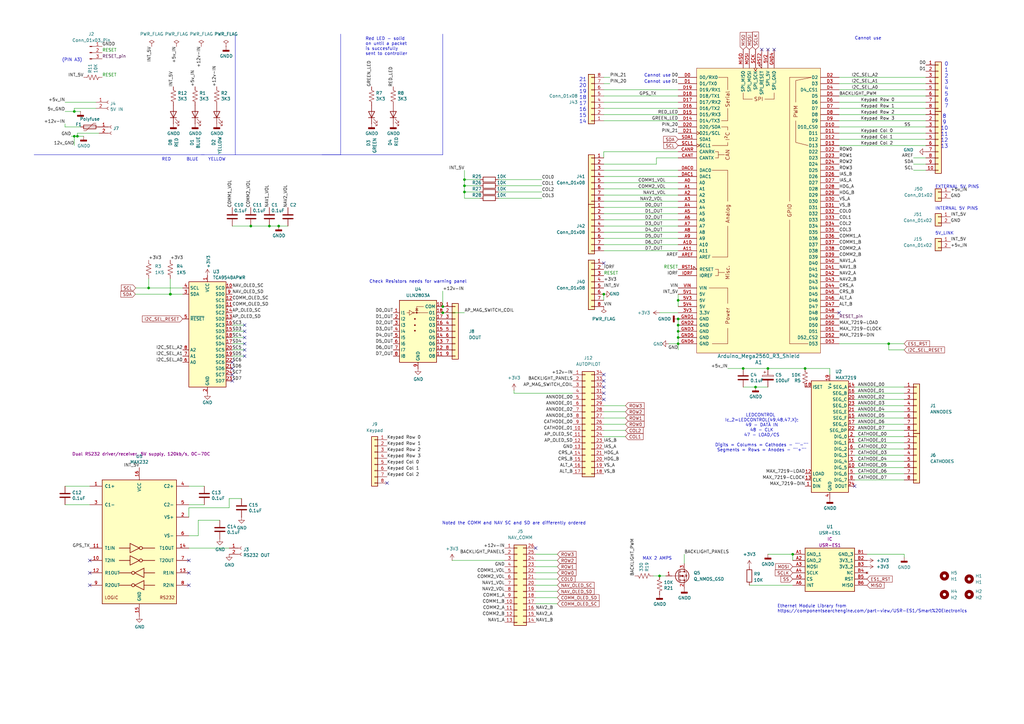
<source format=kicad_sch>
(kicad_sch (version 20250114) (generator "eeschema") (generator_version "9.0")
  (paper "A3")
  (title_block (date "2025-11-06"))
  (text "YELLOW" (at 85.3206 66.1703 0) (effects (font (size 1.27 1.27)) (justify left bottom)))
  (text "MAX 2 AMPS" (at 275.59 229.87 0) (effects (font (size 1.27 1.27)) (justify right bottom)))
  (text "BLUE" (at 76.4306 66.1703 0) (effects (font (size 1.27 1.27)) (justify left bottom)))
  (text "INTERNAL 5V PINS" (at 383.54 86.36 0) (effects (font (size 1.27 1.27)) (justify left bottom)))
  (text "Ethernet Module Library from \nhttps://componentsearchengine.com/part-view/USR-ES1/Smart%20Electronics" (at 318.77 251.46 0) (effects (font (size 1.27 1.27)) (justify left bottom)))
  (text "LEDCONTROL \nIc_2=LEDCONTROL(49,48,47,X);\n49 - DATA IN\n48 - CLK\n47 - LOAD/CS\n\nDigits = Columns = Cathodes - \"\"-\"\"\nSegments = Rows = Anodes - \"\"+\"\"" (at 312.42 185.42 0) (effects (font (size 1.27 1.27)) (justify bottom)))
  (text "Cannot use" (at 264.16 31.75 0) (effects (font (size 1.27 1.27)) (justify left bottom)))
  (text "RED" (at 66.2706 66.1703 0) (effects (font (size 1.27 1.27)) (justify left bottom)))
  (text "(PIN A3)" (at 25.4 25.4 0) (effects (font (size 1.27 1.27)) (justify left bottom)))
  (text "Cannot use" (at 350.52 16.51 0) (effects (font (size 1.27 1.27)) (justify left bottom)))
  (text "Noted the COMM and NAV SC and SD are differently ordered" (at 210.82 214.63 0) (effects (font (size 1.27 1.27))))
  (text "0\n1\n2\n3\n4\n5\n6\n7" (at 387.35 44.45 0) (effects (font (size 1.524 1.524)) (justify left bottom)))
  (text "LEDCONTROL \nIc_2=LEDCONTROL(49,48,47,X);\n49 - DATA IN\n48 - CLK\n47 - LOAD/CS\n\nDigits = Columns = Cathodes - \"\"-\"\"\nSegments = Rows = Anodes - \"\"+\"\"" (at -38.1 166.37 0) (effects (font (size 1.27 1.27)) (justify bottom)))
  (text "Red LED - solid\non until a packet\nis succesfully \nsent to controller" (at 149.86 22.86 0) (effects (font (size 1.27 1.27)) (justify left bottom)))
  (text "5V_LINK" (at 383.54 96.52 0) (effects (font (size 1.27 1.27)) (justify left bottom)))
  (text "Check Resistors needs for warning panel" (at 171.45 115.57 0) (effects (font (size 1.27 1.27))))
  (text "Cannot use" (at 264.16 34.29 0) (effects (font (size 1.27 1.27)) (justify left bottom)))
  (text "21\n20\n19\n18\n17\n16\n15\n14" (at 237.49 50.8 0) (effects (font (size 1.524 1.524)) (justify left bottom)))
  (text "EXTERNAL 5V PINS" (at 383.54 77.47 0) (effects (font (size 1.27 1.27)) (justify left bottom)))
  (text "8\n9\n10\n11\n12\n13\n" (at 387.35 60.96 0) (effects (font (size 1.524 1.524)) (justify bottom)))
  (junction (at 69.85 120.65))
  (junction (at 114.3 92.71))
  (junction (at 60.96 118.11))
  (junction (at 278.13 130.81))
  (junction (at 278.13 135.89))
  (junction (at 270.51 236.22))
  (junction (at 330.2 151.13))
  (junction (at 31.75 55.88))
  (junction (at 278.13 140.97))
  (junction (at 30.48 55.88))
  (junction (at 30.48 45.72))
  (junction (at 304.8 151.13))
  (junction (at 102.87 92.71))
  (junction (at 278.13 138.43))
  (junction (at 181.61 125.73))
  (junction (at 190.5 73.66))
  (junction (at 110.49 92.71))
  (junction (at 314.96 151.13))
  (junction (at 325.12 227.33))
  (junction (at 190.5 78.74))
  (junction (at 247.65 120.65))
  (junction (at 309.88 158.75))
  (junction (at 278.13 133.35))
  (junction (at 364.49 140.97))
  (junction (at 278.13 123.19))
  (junction (at 69.9058 120.65))
  (junction (at 190.5 76.2))
  (junction (at 181.61 128.27))
  (no_connect (at 350.52 199.39))
  (no_connect (at 317.5 20.32))
  (no_connect (at 247.65 156.21))
  (no_connect (at 36.83 240.03))
  (no_connect (at 100.33 143.51))
  (no_connect (at 100.33 140.97))
  (no_connect (at 100.33 133.35))
  (no_connect (at 314.96 20.32))
  (no_connect (at 100.33 135.89))
  (no_connect (at 77.47 229.87))
  (no_connect (at 36.83 229.87))
  (no_connect (at 247.65 107.95))
  (no_connect (at 344.17 128.27))
  (no_connect (at 100.33 138.43))
  (no_connect (at 77.47 240.03))
  (no_connect (at 100.33 146.05))
  (no_connect (at 247.65 161.29))
  (no_connect (at 247.65 163.83))
  (no_connect (at 95.25 151.13))
  (no_connect (at 95.25 153.67))
  (no_connect (at 95.25 148.59))
  (no_connect (at 247.65 153.67))
  (no_connect (at 77.47 234.95))
  (no_connect (at 247.65 158.75))
  (no_connect (at 312.42 20.32))
  (no_connect (at 95.25 156.21))
  (no_connect (at 219.71 224.79))
  (no_connect (at 36.83 234.95))
  (no_connect (at 158.75 198.12))
  (wire (pts (xy 344.17 49.53) (xy 379.73 49.53)))
  (polyline (pts (xy 139.7 63.5) (xy 139.7 13.97)))
  (wire (pts (xy 69.9058 120.74) (xy 69.9058 120.65)))
  (wire (pts (xy 350.52 191.77) (xy 370.84 191.77)))
  (wire (pts (xy 278.13 133.35) (xy 278.13 135.89)))
  (wire (pts (xy 364.49 140.97) (xy 364.49 143.51)))
  (wire (pts (xy 344.17 44.45) (xy 379.73 44.45)))
  (wire (pts (xy 330.2 151.13) (xy 340.36 151.13)))
  (wire (pts (xy 247.65 41.91) (xy 278.13 41.91)))
  (wire (pts (xy 100.33 138.43) (xy 95.25 138.43)))
  (wire (pts (xy 247.65 166.37) (xy 256.54 166.37)))
  (wire (pts (xy 93.98 208.28) (xy 77.47 208.28)))
  (wire (pts (xy 247.65 97.79) (xy 278.13 97.79)))
  (wire (pts (xy 196.85 78.74) (xy 190.5 78.74)))
  (polyline (pts (xy 82.55 63.5) (xy 139.7 63.5)))
  (wire (pts (xy 344.17 59.69) (xy 379.73 59.69)))
  (wire (pts (xy 196.85 81.28) (xy 190.5 81.28)))
  (wire (pts (xy 344.17 52.07) (xy 379.73 52.07)))
  (wire (pts (xy 81.28 213.36) (xy 90.17 213.36)))
  (wire (pts (xy 83.82 199.39) (xy 77.47 199.39)))
  (wire (pts (xy 247.65 72.39) (xy 278.13 72.39)))
  (wire (pts (xy 185.42 229.87) (xy 207.01 229.87)))
  (wire (pts (xy 350.52 171.45) (xy 370.84 171.45)))
  (wire (pts (xy 350.52 179.07) (xy 370.84 179.07)))
  (wire (pts (xy 26.67 50.8) (xy 26.67 52.07)))
  (wire (pts (xy 247.65 44.45) (xy 278.13 44.45)))
  (wire (pts (xy 196.85 73.66) (xy 190.5 73.66)))
  (wire (pts (xy 304.8 151.13) (xy 314.96 151.13)))
  (wire (pts (xy 278.13 120.65) (xy 278.13 123.19)))
  (wire (pts (xy 274.32 140.97) (xy 278.13 140.97)))
  (wire (pts (xy 222.25 76.2) (xy 204.47 76.2)))
  (wire (pts (xy 36.83 199.39) (xy 26.67 199.39)))
  (wire (pts (xy 314.96 151.13) (xy 330.2 151.13)))
  (wire (pts (xy 190.5 73.66) (xy 190.5 76.2)))
  (wire (pts (xy 30.48 44.45) (xy 30.48 45.72)))
  (wire (pts (xy 39.37 44.45) (xy 30.48 44.45)))
  (wire (pts (xy 269.24 67.31) (xy 247.65 67.31)))
  (wire (pts (xy 60.96 118.11) (xy 74.93 118.11)))
  (wire (pts (xy 55.5171 120.65) (xy 69.85 120.65)))
  (wire (pts (xy 219.71 247.65) (xy 228.6 247.65)))
  (wire (pts (xy 374.65 67.31) (xy 379.73 67.31)))
  (polyline (pts (xy 132.08 63.5) (xy 181.61 63.5)))
  (wire (pts (xy 350.52 184.15) (xy 370.84 184.15)))
  (wire (pts (xy 247.65 87.63) (xy 278.13 87.63)))
  (wire (pts (xy 60.96 114.3) (xy 60.96 118.11)))
  (wire (pts (xy 69.85 114.3) (xy 69.85 120.65)))
  (wire (pts (xy 77.47 219.71) (xy 81.28 219.71)))
  (wire (pts (xy 219.71 240.03) (xy 228.6 240.03)))
  (wire (pts (xy 350.52 189.23) (xy 370.84 189.23)))
  (wire (pts (xy 247.65 168.91) (xy 256.54 168.91)))
  (wire (pts (xy 247.65 179.07) (xy 256.54 179.07)))
  (wire (pts (xy 344.17 39.37) (xy 379.73 39.37)))
  (wire (pts (xy 99.06 204.47) (xy 93.98 204.47)))
  (wire (pts (xy 247.65 176.53) (xy 256.54 176.53)))
  (wire (pts (xy 77.47 224.79) (xy 93.98 224.79)))
  (wire (pts (xy 31.75 55.88) (xy 34.29 55.88)))
  (wire (pts (xy 247.65 69.85) (xy 278.13 69.85)))
  (wire (pts (xy 100.33 133.35) (xy 95.25 133.35)))
  (wire (pts (xy 250.19 31.75) (xy 247.65 31.75)))
  (wire (pts (xy 278.13 143.51) (xy 278.13 140.97)))
  (wire (pts (xy 374.65 64.77) (xy 379.73 64.77)))
  (wire (pts (xy 247.65 49.53) (xy 278.13 49.53)))
  (wire (pts (xy 69.85 120.65) (xy 69.9058 120.74)))
  (wire (pts (xy 190.5 76.2) (xy 190.5 78.74)))
  (wire (pts (xy 247.65 120.65) (xy 247.65 123.19)))
  (wire (pts (xy 247.65 62.23) (xy 247.65 64.77)))
  (wire (pts (xy 247.65 77.47) (xy 278.13 77.47)))
  (wire (pts (xy 278.13 135.89) (xy 278.13 138.43)))
  (wire (pts (xy 270.51 236.22) (xy 273.05 236.22)))
  (wire (pts (xy 69.85 120.65) (xy 69.9058 120.65)))
  (wire (pts (xy 344.17 31.75) (xy 379.73 31.75)))
  (wire (pts (xy 364.49 143.51) (xy 370.84 143.51)))
  (wire (pts (xy 350.52 186.69) (xy 370.84 186.69)))
  (wire (pts (xy 350.52 166.37) (xy 370.84 166.37)))
  (wire (pts (xy 100.33 146.05) (xy 95.25 146.05)))
  (wire (pts (xy 278.13 138.43) (xy 278.13 140.97)))
  (wire (pts (xy 247.65 82.55) (xy 278.13 82.55)))
  (wire (pts (xy 247.65 34.29) (xy 250.19 34.29)))
  (wire (pts (xy 181.61 128.27) (xy 190.5 128.27)))
  (wire (pts (xy 110.49 92.71) (xy 114.3 92.71)))
  (wire (pts (xy 344.17 41.91) (xy 379.73 41.91)))
  (wire (pts (xy 309.88 158.75) (xy 314.96 158.75)))
  (wire (pts (xy 100.33 135.89) (xy 95.25 135.89)))
  (wire (pts (xy 247.65 74.93) (xy 278.13 74.93)))
  (wire (pts (xy 278.13 130.81) (xy 278.13 133.35)))
  (wire (pts (xy 350.52 181.61) (xy 370.84 181.61)))
  (wire (pts (xy 247.65 80.01) (xy 278.13 80.01)))
  (wire (pts (xy 247.65 95.25) (xy 278.13 95.25)))
  (wire (pts (xy 370.84 227.33) (xy 370.84 228.6)))
  (wire (pts (xy 30.48 45.72) (xy 33.02 45.72)))
  (wire (pts (xy 278.13 123.19) (xy 278.13 125.73)))
  (polyline (pts (xy 139.7 63.5) (xy 132.08 63.5)))
  (wire (pts (xy 247.65 173.99) (xy 256.54 173.99)))
  (wire (pts (xy 219.71 234.95) (xy 228.6 234.95)))
  (wire (pts (xy 81.28 219.71) (xy 81.28 213.36)))
  (wire (pts (xy 36.83 207.01) (xy 26.67 207.01)))
  (wire (pts (xy 350.52 194.31) (xy 370.84 194.31)))
  (wire (pts (xy 77.47 208.28) (xy 77.47 212.09)))
  (wire (pts (xy 344.17 57.15) (xy 379.73 57.15)))
  (wire (pts (xy 307.34 240.03) (xy 325.12 240.03)))
  (wire (pts (xy 364.49 140.97) (xy 344.17 140.97)))
  (wire (pts (xy 344.17 46.99) (xy 379.73 46.99)))
  (wire (pts (xy 100.33 143.51) (xy 95.25 143.51)))
  (wire (pts (xy 222.25 73.66) (xy 204.47 73.66)))
  (wire (pts (xy 222.25 78.74) (xy 204.47 78.74)))
  (wire (pts (xy 219.71 227.33) (xy 228.6 227.33)))
  (wire (pts (xy 350.52 173.99) (xy 370.84 173.99)))
  (wire (pts (xy 314.96 227.33) (xy 325.12 227.33)))
  (wire (pts (xy 350.52 163.83) (xy 370.84 163.83)))
  (wire (pts (xy 219.71 237.49) (xy 228.6 237.49)))
  (wire (pts (xy 278.13 64.77) (xy 269.24 64.77)))
  (wire (pts (xy 280.67 227.33) (xy 280.67 231.14)))
  (wire (pts (xy 100.33 140.97) (xy 95.25 140.97)))
  (polyline (pts (xy 13.97 63.5) (xy 83.82 63.5)))
  (wire (pts (xy 370.84 140.97) (xy 364.49 140.97)))
  (wire (pts (xy 247.65 36.83) (xy 278.13 36.83)))
  (wire (pts (xy 247.65 85.09) (xy 278.13 85.09)))
  (wire (pts (xy 219.71 229.87) (xy 228.6 229.87)))
  (wire (pts (xy 247.65 102.87) (xy 278.13 102.87)))
  (wire (pts (xy 270.51 128.27) (xy 278.13 128.27)))
  (polyline (pts (xy 181.61 63.5) (xy 181.61 13.97)))
  (wire (pts (xy 247.65 171.45) (xy 256.54 171.45)))
  (wire (pts (xy 95.25 92.71) (xy 102.87 92.71)))
  (wire (pts (xy 210.82 161.29) (xy 234.95 161.29)))
  (wire (pts (xy 26.67 52.07) (xy 33.02 52.07)))
  (wire (pts (xy 247.65 100.33) (xy 278.13 100.33)))
  (wire (pts (xy 304.8 158.75) (xy 309.88 158.75)))
  (wire (pts (xy 350.52 158.75) (xy 370.84 158.75)))
  (wire (pts (xy 247.65 39.37) (xy 278.13 39.37)))
  (wire (pts (xy 30.48 55.88) (xy 30.48 59.69)))
  (wire (pts (xy 93.98 204.47) (xy 93.98 208.28)))
  (wire (pts (xy 219.71 232.41) (xy 228.6 232.41)))
  (wire (pts (xy 247.65 90.17) (xy 278.13 90.17)))
  (wire (pts (xy 190.5 78.74) (xy 190.5 81.28)))
  (wire (pts (xy 344.17 34.29) (xy 379.73 34.29)))
  (wire (pts (xy 247.65 46.99) (xy 278.13 46.99)))
  (wire (pts (xy 219.71 242.57) (xy 228.6 242.57)))
  (wire (pts (xy 350.52 161.29) (xy 370.84 161.29)))
  (wire (pts (xy 247.65 92.71) (xy 278.13 92.71)))
  (wire (pts (xy 190.5 69.85) (xy 190.5 73.66)))
  (wire (pts (xy 344.17 54.61) (xy 379.73 54.61)))
  (wire (pts (xy 69.9058 120.65) (xy 74.93 120.65)))
  (wire (pts (xy 196.85 76.2) (xy 190.5 76.2)))
  (wire (pts (xy 350.52 168.91) (xy 370.84 168.91)))
  (wire (pts (xy 355.6 227.33) (xy 370.84 227.33)))
  (wire (pts (xy 181.61 119.38) (xy 181.61 125.73)))
  (wire (pts (xy 350.52 176.53) (xy 370.84 176.53)))
  (wire (pts (xy 278.13 62.23) (xy 247.65 62.23)))
  (wire (pts (xy 325.12 227.33) (xy 325.12 229.87)))
  (wire (pts (xy 26.67 41.91) (xy 39.37 41.91)))
  (wire (pts (xy 298.45 151.13) (xy 304.8 151.13)))
  (wire (pts (xy 30.48 55.88) (xy 31.75 55.88)))
  (wire (pts (xy 83.82 207.01) (xy 77.47 207.01)))
  (wire (pts (xy 267.97 236.22) (xy 270.51 236.22)))
  (polyline (pts (xy 96.52 63.5) (xy 96.52 13.97)))
  (wire (pts (xy 222.25 81.28) (xy 204.47 81.28)))
  (wire (pts (xy 55.6619 118.11) (xy 60.96 118.11)))
  (wire (pts (xy 26.67 45.72) (xy 30.48 45.72)))
  (wire (pts (xy 31.75 54.61) (xy 31.75 55.88)))
  (wire (pts (xy 29.21 55.88) (xy 30.48 55.88)))
  (wire (pts (xy 114.3 92.71) (xy 118.11 92.71)))
  (wire (pts (xy 269.24 64.77) (xy 269.24 67.31)))
  (wire (pts (xy 350.52 196.85) (xy 370.84 196.85)))
  (wire (pts (xy 210.82 161.29) (xy 210.82 160.02)))
  (wire (pts (xy 340.36 153.67) (xy 340.36 151.13)))
  (wire (pts (xy 102.87 92.71) (xy 110.49 92.71)))
  (wire (pts (xy 374.65 69.85) (xy 379.73 69.85)))
  (wire (pts (xy 219.71 245.11) (xy 228.6 245.11)))
  (wire (pts (xy 344.17 36.83) (xy 379.73 36.83)))
  (wire (pts (xy 40.64 54.61) (xy 31.75 54.61)))
  (image (at -60.198 193.294))
  (label "CATHODE_01" (at 234.95 176.53 180))
  (label "D3_OUT" (at 161.29 135.89 180))
  (label "MAX_7219-LOAD" (at 330.2 194.31 180))
  (label "COMM2_B" (at 207.01 252.73 180))
  (label "CATHODE_02" (at 351.79 184.15 0))
  (label "IORF" (at 247.65 110.49 0))
  (label "VIN" (at 278.13 118.11 180))
  (label "D1" (at 379.73 29.21 180))
  (label "COMM1_A" (at 344.17 97.79 0))
  (label "PIN_20" (at 250.19 34.29 0))
  (label "AP_OLED_SD" (at 234.95 181.61 180))
  (label "AP_MAG_SWITCH_COIL" (at 190.5 128.27 0))
  (label "+12v-IN" (at 207.01 224.79 180))
  (label "RED_LED" (at 278.13 46.99 180))
  (label "D3_OUT" (at 271.78 92.71 180))
  (label "NAV1_B" (at 219.71 255.27 0))
  (label "GND" (at 29.21 55.88 180))
  (label "ROW3" (at 344.17 69.85 0))
  (label "PIN_21" (at 278.13 54.61 180))
  (label "INT_5V" (at 247.65 118.11 0))
  (label "D2_OUT" (at 271.78 90.17 180))
  (label "CRS_B" (at 234.95 189.23 180))
  (label "COMM_OLED_SD" (at 95.25 125.73 0))
  (label "CRS_B" (at 344.17 120.65 0))
  (label "Keypad Row 2" (at 353.06 46.99 0))
  (label "VS_A" (at 344.17 82.55 0))
  (label "HDG_A" (at 247.65 186.69 0))
  (label "INT_5V" (at 71.12 35.56 90))
  (label "INT_5V" (at 190.5 69.85 180))
  (label "D0" (at 278.13 31.75 180))
  (label "SC4" (at 95.25 138.43 0))
  (label "COL3" (at 344.17 95.25 0))
  (label "Keypad Col 1" (at 158.75 193.04 0))
  (label "SD3" (at 95.25 135.89 0))
  (label "NAV2_VOL" (at 118.11 85.09 90))
  (label "D0" (at 379.73 26.67 180))
  (label "CATHODE_06" (at 351.79 194.31 0))
  (label "INT_5V" (at 34.29 31.75 180))
  (label "ANNODE_04" (at 351.79 168.91 0))
  (label "Keypad Col 0" (at 158.75 190.5 0))
  (label "I2C_SEL_A2" (at 349.25 31.75 0))
  (label "+5v_IN" (at 389.89 78.74 0))
  (label "ANNODE_01" (at 351.79 161.29 0))
  (label "ALT_A" (at 344.17 123.19 0))
  (label "VIN" (at 247.65 125.73 0))
  (label "D4_OUT" (at 271.78 95.25 180))
  (label "PIN_21" (at 250.19 31.75 0))
  (label "ANNODE_05" (at 351.79 171.45 0))
  (label "NAV1_VOL" (at 273.05 80.01 180))
  (label "AP_MAG_SWITCH_COIL" (at 234.95 158.75 180))
  (label "Keypad Row 0" (at 158.75 180.34 0))
  (label "D5_OUT" (at 161.29 140.97 180))
  (label "D4_OUT" (at 161.29 138.43 180))
  (label "D0_OUT" (at 161.29 128.27 180))
  (label "IAS_B" (at 344.17 72.39 0))
  (label "CATHODE_05" (at 351.79 191.77 0))
  (label "+5v_IN" (at 26.67 41.91 180))
  (label "VS_A" (at 247.65 191.77 0))
  (label "NAV2_B" (at 344.17 115.57 0))
  (label "ALT_A" (at 234.95 191.77 180))
  (label "+3V3" (at 247.65 115.57 0))
  (label "SCL" (at 374.65 69.85 180))
  (label "SC3" (at 95.25 133.35 0))
  (label "AREF" (at 278.13 105.41 180))
  (label "ROW0" (at 344.17 62.23 0))
  (label "PIN_20" (at 278.13 52.07 180))
  (label "MAX_7219-CLOCK" (at 344.17 135.89 0))
  (label "SD5" (at 95.25 146.05 0))
  (label "I2C_SEL_A1" (at 349.25 34.29 0))
  (label "D5_OUT" (at 271.78 97.79 180))
  (label "HDG_B" (at 344.17 80.01 0))
  (label "NAV2_VOL" (at 207.01 242.57 180))
  (label "ANNODE_02" (at 234.95 168.91 180))
  (label "I2C_SEL_A0" (at 74.93 148.59 180))
  (label "12v_GND" (at 30.48 59.69 180))
  (label "IORF" (at 278.13 113.03 180))
  (label "SD7" (at 95.25 156.21 0))
  (label "RESET_pin" (at 41.91 24.13 0))
  (label "COMM2_B" (at 344.17 105.41 0))
  (label "+5v_IN" (at 72.39 19.05 270))
  (label "+3V3" (at 69.85 106.68 0))
  (label "ALT_B" (at 344.17 125.73 0))
  (label "+12v-IN" (at 26.67 50.8 180))
  (label "CATHODE_00" (at 234.95 173.99 180))
  (label "INT_5V" (at 62.23 19.05 270))
  (label "ANNODE_02" (at 351.79 163.83 0))
  (label "GND" (at 278.13 143.51 180))
  (label "I2C_SEL_A0" (at 349.25 36.83 0))
  (label "D7_OUT" (at 271.78 102.87 180))
  (label "COL1" (at 222.25 76.2 0))
  (label "GREEN_LED" (at 278.13 49.53 180))
  (label "D6_OUT" (at 271.78 100.33 180))
  (label "D1_OUT" (at 271.78 87.63 180))
  (label "ANNODE_03" (at 351.79 166.37 0))
  (label "CATHODE_03" (at 351.79 186.69 0))
  (label "INT_5V" (at 389.89 99.06 0))
  (label "GND" (at 207.01 232.41 180))
  (label "AREF" (at 374.65 64.77 180))
  (label "COL0" (at 222.25 73.66 0))
  (label "NAV2_A" (at 344.17 113.03 0))
  (label "CATHODE_01" (at 351.79 181.61 0))
  (label "COMM2_VOL" (at 273.05 77.47 180))
  (label "BACKLIGHT_PANELS" (at 207.01 227.33 180))
  (label "GPS_TX" (at 269.24 39.37 180))
  (label "+3V3" (at 60.96 106.68 0))
  (label "D1" (at 278.13 34.29 180))
  (label "NAV_OLED_SD" (at 95.25 120.65 0))
  (label "VS_B" (at 344.17 85.09 0))
  (label "GNDD" (at 41.91 19.05 0))
  (label "AP_OLED_SC" (at 95.25 128.27 0))
  (label "Keypad Row 3" (at 158.75 187.96 0))
  (label "Keypad Col 0" (at 353.06 54.61 0))
  (label "Keypad Row 1" (at 158.75 182.88 0))
  (label "NAV1_VOL" (at 207.01 240.03 180))
  (label "SC5" (at 95.25 143.51 0))
  (label "MAX_7219-LOAD" (at 344.17 133.35 0))
  (label "INT_5V" (at 389.89 88.9 0))
  (label "COMM2_A" (at 207.01 250.19 180))
  (label "IAS_A" (at 344.17 74.93 0))
  (label "D2_OUT" (at 161.29 133.35 180))
  (label "Keypad Col 2" (at 353.06 59.69 0))
  (label "ANNODE_00" (at 351.79 158.75 0))
  (label "HDG_B" (at 247.65 189.23 0))
  (label "COMM2_VOL" (at 207.01 237.49 180))
  (label "ROW1" (at 344.17 64.77 0))
  (label "COL3" (at 222.25 81.28 0))
  (label "NAV2_B" (at 219.71 250.19 0))
  (label "INT_5V" (at 57.15 191.77 180))
  (label "Keypad Row 1" (at 353.06 44.45 0))
  (label "NAV1_A" (at 344.17 107.95 0))
  (label "COL2" (at 344.17 92.71 0))
  (label "MAX_7219-DIN" (at 344.17 138.43 0))
  (label "MAX_7219-CLOCK" (at 330.2 196.85 180))
  (label "COMM1_A" (at 207.01 245.11 180))
  (label "GND" (at 389.89 91.44 0))
  (label "NAV2_A" (at 219.71 252.73 0))
  (label "I2C_SEL_A1" (at 74.93 146.05 180))
  (label "NAV1_A" (at 207.01 255.27 180))
  (label "5v_GND" (at 26.67 45.72 180))
  (label "NAV_OLED_SC" (at 95.25 118.11 0))
  (label "D1_OUT" (at 161.29 130.81 180))
  (label "D7_OUT" (at 161.29 146.05 180))
  (label "ROW2" (at 344.17 67.31 0))
  (label "+5v_IN" (at 80.01 35.56 90))
  (label "ANNODE_07" (at 351.79 176.53 0))
  (label "MAX_7219-DIN" (at 330.2 199.39 180))
  (label "GND" (at 234.95 184.15 180))
  (label "AP_OLED_SC" (at 234.95 179.07 180))
  (label "ANNODE_01" (at 234.95 166.37 180))
  (label "BACKLIGHT_PWM" (at 344.17 39.37 0))
  (label "Keypad Row 0" (at 353.06 41.91 0))
  (label "D6_OUT" (at 161.29 143.51 180))
  (label "CATHODE_00" (at 351.79 179.07 0))
  (label "CATHODE_07" (at 351.79 196.85 0))
  (label "NAV2_VOL" (at 271.78 82.55 180))
  (label "I2C_SEL_A2" (at 74.93 143.51 180))
  (label "+5v_IN" (at 298.45 151.13 180))
  (label "AP_OLED_SD" (at 95.25 130.81 0))
  (label "IAS_A" (at 247.65 184.15 0))
  (label "+5v_IN" (at 389.89 101.6 0))
  (label "INT_5V" (at 278.13 120.65 180))
  (label "COMM1_VOL" (at 207.01 234.95 180))
  (label "SS" (at 370.84 52.07 0))
  (label "RESET" (at 41.91 21.59 0))
  (label "IAS_B" (at 247.65 181.61 0))
  (label "COMM1_B" (at 344.17 100.33 0))
  (label "GND" (at 389.89 81.28 0))
  (label "COMM2_VOL" (at 102.87 85.09 90))
  (label "Keypad Row 2" (at 158.75 185.42 0))
  (label "SC7" (at 95.25 153.67 0))
  (label "GREEN_LED" (at 152.4 35.56 90))
  (label "+12v-IN" (at 181.61 119.38 0))
  (label "RESET" (at 278.13 110.49 180))
  (label "ANNODE_00" (at 234.95 163.83 180))
  (label "NAV1_VOL" (at 110.49 85.09 90))
  (label "ALT_B" (at 234.95 194.31 180))
  (label "ANNODE_03" (at 234.95 171.45 180))
  (label "Keypad Col 2" (at 158.75 195.58 0))
  (label "HDG_A" (at 344.17 77.47 0))
  (label "COMM1_VOL" (at 95.25 85.09 90))
  (label "SD6" (at 95.25 151.13 0))
  (label "SC6" (at 95.25 148.59 0))
  (label "+12v-IN" (at 234.95 153.67 180))
  (label "COMM2_A" (at 344.17 102.87 0))
  (label "RESET" (at 247.65 113.03 0))
  (label "SDA" (at 374.65 67.31 180))
  (label "BACKLIGHT_PANELS" (at 280.67 227.33 0))
  (label "COL1" (at 344.17 90.17 0))
  (label "COMM1_VOL" (at 273.05 74.93 180))
  (label "NAV1_B" (at 344.17 110.49 0))
  (label "CRS_A" (at 234.95 186.69 180))
  (label "COL2" (at 222.25 78.74 0))
  (label "RESET_pin" (at 344.17 130.81 0))
  (label "RESET" (at 41.91 31.75 0))
  (label "COMM_OLED_SC" (at 95.25 123.19 0))
  (label "+12v-IN" (at 88.9 35.56 90))
  (label "ANNODE_06" (at 351.79 173.99 0))
  (label "SD4" (at 95.25 140.97 0))
  (label "CRS_A" (at 344.17 118.11 0))
  (label "CATHODE_04" (at 351.79 189.23 0))
  (label "Keypad Col 1" (at 353.06 57.15 0))
  (label "D0_OUT" (at 271.78 85.09 180))
  (label "Keypad Row 3" (at 353.06 49.53 0))
  (label "+12v-IN" (at 82.55 19.05 270))
  (label "COMM1_B" (at 207.01 247.65 180))
  (label "COL0" (at 344.17 87.63 0))
  (label "GPS_TX" (at 36.83 224.79 180))
  (label "RED_LED" (at 161.29 35.56 90))
  (label "VS_B" (at 247.65 194.31 0))
  (label "BACKLIGHT_PANELS" (at 234.95 156.21 180))
  (label "BACKLIGHT_PWM" (at 260.35 236.22 90))
  (global_label "COL0" (shape input) (at 228.6 237.49 0) (property "Intersheetrefs" "${INTERSHEET_REFS}" (effects (hide yes))))
  (global_label "ROW1" (shape input) (at 228.6 232.41 0) (property "Intersheetrefs" "${INTERSHEET_REFS}" (effects (hide yes))))
  (global_label "ROW2" (shape input) (at 256.54 168.91 0) (property "Intersheetrefs" "${INTERSHEET_REFS}" (effects (hide yes))))
  (global_label "MOSI" (shape input) (at 307.34 20.32 90) (property "Intersheetrefs" "${INTERSHEET_REFS}" (effects (hide yes))))
  (global_label "COL1" (shape input) (at 256.54 179.07 0) (property "Intersheetrefs" "${INTERSHEET_REFS}" (effects (hide yes))))
  (global_label "ROW3" (shape input) (at 228.6 227.33 0) (property "Intersheetrefs" "${INTERSHEET_REFS}" (effects (hide yes))))
  (global_label "COMM_OLED_SC" (shape input) (at 228.6 247.65 0) (property "Intersheetrefs" "${INTERSHEET_REFS}" (effects (hide yes))))
  (global_label "COL2" (shape input) (at 256.54 176.53 0) (property "Intersheetrefs" "${INTERSHEET_REFS}" (effects (hide yes))))
  (global_label "SCL" (shape input) (at 55.6619 118.11 180) (property "Intersheetrefs" "${INTERSHEET_REFS}" (effects (hide yes))))
  (global_label "MISO" (shape input) (at 304.8 20.32 90) (property "Intersheetrefs" "${INTERSHEET_REFS}" (effects (hide yes))))
  (global_label "SDA" (shape input) (at 55.5171 120.65 180) (property "Intersheetrefs" "${INTERSHEET_REFS}" (effects (hide yes))))
  (global_label "SCL" (shape input) (at 278.13 59.69 180) (property "Intersheetrefs" "${INTERSHEET_REFS}" (effects (hide yes))))
  (global_label "SCLK" (shape input) (at 325.12 234.95 180) (property "Intersheetrefs" "${INTERSHEET_REFS}" (effects (hide yes))))
  (global_label "MISO" (shape input) (at 355.6 240.03 0) (property "Intersheetrefs" "${INTERSHEET_REFS}" (effects (hide yes))))
  (global_label "SCLK" (shape input) (at 309.88 20.32 90) (property "Intersheetrefs" "${INTERSHEET_REFS}" (effects (hide yes))))
  (global_label "I2C_SEL_RESET" (shape input) (at 370.84 143.51 0) (property "Intersheetrefs" "${INTERSHEET_REFS}" (effects (hide yes))))
  (global_label "ES1_RST" (shape input) (at 370.84 140.97 0) (property "Intersheetrefs" "${INTERSHEET_REFS}" (effects (hide yes))))
  (global_label "COMM_OLED_SD" (shape input) (at 228.6 245.11 0) (property "Intersheetrefs" "${INTERSHEET_REFS}" (effects (hide yes))))
  (global_label "ROW2" (shape input) (at 228.6 229.87 0) (property "Intersheetrefs" "${INTERSHEET_REFS}" (effects (hide yes))))
  (global_label "ROW1" (shape input) (at 256.54 171.45 0) (property "Intersheetrefs" "${INTERSHEET_REFS}" (effects (hide yes))))
  (global_label "ES1_RST" (shape input) (at 355.6 237.49 0) (property "Intersheetrefs" "${INTERSHEET_REFS}" (effects (hide yes))))
  (global_label "SDA" (shape input) (at 278.13 57.15 180) (property "Intersheetrefs" "${INTERSHEET_REFS}" (effects (hide yes))))
  (global_label "NAV_OLED_SD" (shape input) (at 228.6 242.57 0) (property "Intersheetrefs" "${INTERSHEET_REFS}" (effects (hide yes))))
  (global_label "ROW3" (shape input) (at 256.54 166.37 0) (property "Intersheetrefs" "${INTERSHEET_REFS}" (effects (hide yes))))
  (global_label "SS" (shape input) (at 325.12 237.49 180) (property "Intersheetrefs" "${INTERSHEET_REFS}" (effects (hide yes))))
  (global_label "NAV_OLED_SC" (shape input) (at 228.6 240.03 0) (property "Intersheetrefs" "${INTERSHEET_REFS}" (effects (hide yes))))
  (global_label "ROW0" (shape input) (at 256.54 173.99 0) (property "Intersheetrefs" "${INTERSHEET_REFS}" (effects (hide yes))))
  (global_label "I2C_SEL_RESET" (shape input) (at 74.93 130.81 180) (property "Intersheetrefs" "${INTERSHEET_REFS}" (effects (hide yes))))
  (global_label "MOSI" (shape input) (at 325.12 232.41 180) (property "Intersheetrefs" "${INTERSHEET_REFS}" (effects (hide yes))))
  (global_label "ROW0" (shape input) (at 228.6 234.95 0) (property "Intersheetrefs" "${INTERSHEET_REFS}" (effects (hide yes))))
  (symbol (lib_id "Connector_Generic:Conn_01x08") (at 242.57 72.39 0) (mirror y) (unit 1)
    (property "Reference" "J41" (at 240.03 72.3899 0) (effects (justify left)))
    (property "Value" "Conn_01x08" (at 240.03 74.9299 0) (effects (justify left)))
    (property "Footprint" "Connector_PinHeader_2.54mm:PinHeader_1x08_P2.54mm_Vertical" (effects (hide yes)))
    (property "Description" "Generic connector, single row, 01x08, script generated (kicad-library-utils/schlib/autogen/connector/)" (effects (hide yes)))
  )
  (symbol (lib_id "Device:C") (at 118.11 88.9 0) (unit 1)
    (property "Reference" "C2" (at 118.872 84.0486 0) (effects (justify left)))
    (property "Value" "0.1uF" (effects (hide yes)))
    (property "Footprint" "Capacitor_THT:C_Disc_D3.0mm_W2.0mm_P2.50mm" (effects (hide yes)))
    (property "Description" "Unpolarized capacitor" (effects (hide yes)))
  )
  (symbol (lib_id "Connector_Generic:Conn_02x17_Counter_Clockwise") (at 240.03 173.99 0) (unit 1)
    (property "Reference" "J12" (at 241.3 146.812 0))
    (property "Value" "AUTOPILOT" (at 241.3 149.352 0))
    (property "Footprint" "Connector_IDC:IDC-Header_2x17_P2.54mm_Vertical" (effects (hide yes)))
    (property "Description" "Generic connector, double row, 02x17, counter clockwise pin numbering scheme (similar to DIP package numbering), script generated (kicad-library-utils/schlib/autogen/connector/)" (effects (hide yes)))
  )
  (symbol (lib_id "power:+3V3") (at 355.6 229.87 270) (unit 1)
    (property "Reference" "#PWR018" (effects (hide yes)))
    (property "Value" "+3V3" (at 359.41 229.8699 90) (effects (justify left)))
    (property "Description" "Power symbol creates a global label with name \"+3V3\"" (effects (hide yes)))
  )
  (symbol (lib_id "Device:LED") (at 88.9 46.99 90) (unit 1)
    (property "Reference" "D2" (at 87.63 58.42 0))
    (property "Value" "YELLOW" (at 90.1555 59.6562 0))
    (property "Footprint" "LED_THT:LED_D3.0mm" (effects (hide yes)))
    (property "Description" "Light emitting diode" (effects (hide yes)))
    (property "Sim.Pins" "1=K 2=A" (effects (hide yes)))
  )
  (symbol (lib_id "power:+3V3") (at 210.82 160.02 0) (unit 1)
    (property "Reference" "#PWR026" (effects (hide yes)))
    (property "Value" "+3V3" (at 210.82 154.94 0))
    (property "Description" "Power symbol creates a global label with name \"+3V3\"" (effects (hide yes)))
  )
  (symbol (lib_id "power:GND") (at 99.06 212.09 0) (unit 1)
    (property "Reference" "#PWR021" (effects (hide yes)))
    (property "Value" "GND" (at 99.187 216.4842 0))
    (property "Description" "Power symbol creates a global label with name \"GND\" , ground" (effects (hide yes)))
  )
  (symbol (lib_id "power:GND") (at 57.15 252.73 0) (unit 1)
    (property "Reference" "#PWR06" (effects (hide yes)))
    (property "Value" "GND" (at 57.277 257.1242 0))
    (property "Description" "Power symbol creates a global label with name \"GND\" , ground" (effects (hide yes)))
  )
  (symbol (lib_id "Transistor_Array:ULN2803A") (at 171.45 133.35 0) (unit 1)
    (property "Reference" "U4" (at 171.45 118.618 0))
    (property "Value" "ULN2803A" (at 171.45 121.158 0))
    (property "Footprint" "Package_DIP:DIP-18_W7.62mm" (effects (hide yes)))
    (property "Datasheet" "http://www.ti.com/lit/ds/symlink/uln2803a.pdf" (effects (hide yes)))
    (property "Description" "Darlington Transistor Arrays, SOIC18/DIP18" (effects (hide yes)))
  )
  (symbol (lib_id "power:GNDD") (at 340.36 204.47 0) (unit 1)
    (property "Reference" "#PWR035" (effects (hide yes)))
    (property "Value" "GNDD" (at 340.4616 208.407 0))
    (property "Description" "Power symbol creates a global label with name \"GNDD\" , digital ground" (effects (hide yes)))
  )
  (symbol (lib_id "power:+3V3") (at 185.42 229.87 0) (unit 1)
    (property "Reference" "#PWR023" (effects (hide yes)))
    (property "Value" "+3V3" (at 185.42 225.044 0))
    (property "Description" "Power symbol creates a global label with name \"+3V3\"" (effects (hide yes)))
  )
  (symbol (lib_id "Device:LED") (at 152.4 46.99 90) (unit 1)
    (property "Reference" "D3" (at 151.13 58.674 0))
    (property "Value" "GREEN" (at 153.67 59.69 0))
    (property "Footprint" "LED_THT:LED_D3.0mm" (effects (hide yes)))
    (property "Description" "Light emitting diode" (effects (hide yes)))
    (property "Sim.Pins" "1=K 2=A" (effects (hide yes)))
  )
  (symbol (lib_id "Device:C") (at 83.82 203.2 0) (unit 1)
    (property "Reference" "C13" (at 86.741 202.0316 0) (effects (justify left)))
    (property "Value" "0.1uF" (at 86.741 204.343 0) (effects (justify left)))
    (property "Footprint" "Capacitor_THT:C_Disc_D4.3mm_W1.9mm_P5.00mm" (effects (hide yes)))
    (property "Description" "Unpolarized capacitor" (effects (hide yes)))
  )
  (symbol (lib_id "Device:R_US") (at 38.1 31.75 90) (unit 1)
    (property "Reference" "R11" (at 36.9316 30.0228 0) (effects (justify left)))
    (property "Value" "10K" (at 39.243 30.0228 0) (effects (justify left)))
    (property "Footprint" "Resistor_THT:R_Axial_DIN0207_L6.3mm_D2.5mm_P2.54mm_Vertical" (effects (hide yes)))
    (property "Description" "Resistor, US symbol" (effects (hide yes)))
  )
  (symbol (lib_id "Connector:Conn_01x03_Pin") (at 36.83 21.59 0) (unit 1)
    (property "Reference" "J2" (at 37.465 13.97 0))
    (property "Value" "Conn_01x03_Pin" (at 37.465 16.51 0))
    (property "Footprint" "Connector_PinHeader_2.54mm:PinHeader_1x03_P2.54mm_Vertical" (effects (hide yes)))
    (property "Description" "Generic connector, single row, 01x03, script generated" (effects (hide yes)))
  )
  (symbol (lib_id "power:+3V3") (at 85.09 113.03 0) (unit 1)
    (property "Reference" "#PWR031" (effects (hide yes)))
    (property "Value" "+3V3" (at 85.471 109.982 90) (effects (justify left)))
  )
  (symbol (lib_id "power:GNDD") (at 270.51 243.84 0) (unit 1)
    (property "Reference" "#PWR028" (effects (hide yes)))
    (property "Value" "GNDD" (at 270.6116 247.777 0))
    (property "Description" "Power symbol creates a global label with name \"GNDD\" , digital ground" (effects (hide yes)))
  )
  (symbol (lib_id "power:PWR_FLAG") (at 247.65 125.73 180) (unit 1)
    (property "Reference" "#FLG05" (effects (hide yes)))
    (property "Value" "PWR_FLAG" (at 247.65 130.81 0))
    (property "Description" "Special symbol for telling ERC where power comes from" (effects (hide yes)))
  )
  (symbol (lib_id "Driver_LED:MAX7219") (at 340.36 179.07 0) (unit 1)
    (property "Reference" "U2" (at 342.5541 152.4 0) (effects (justify left)))
    (property "Value" "MAX7219" (at 342.5541 154.94 0) (effects (justify left)))
    (property "Footprint" "Package_DIP:DIP-24_W7.62mm_LongPads" (effects (hide yes)))
    (property "Datasheet" "https://datasheets.maximintegrated.com/en/ds/MAX7219-MAX7221.pdf" (effects (hide yes)))
    (property "Description" "8-Digit LED Display Driver" (effects (hide yes)))
  )
  (symbol (lib_id "Device:Polyfuse") (at 36.83 52.07 90) (unit 1)
    (property "Reference" "F1" (at 32.258 51.054 90))
    (property "Value" "Polyfuse" (at 36.83 48.8225 90))
    (property "Footprint" "Fuse:Fuse_Littelfuse_395Series" (effects (hide yes)))
    (property "Description" "Resettable fuse, polymeric positive temperature coefficient" (effects (hide yes)))
  )
  (symbol (lib_id "Device:CP") (at 314.96 154.94 0) (unit 1)
    (property "Reference" "C5" (at 317.9572 153.7716 0) (effects (justify left)))
    (property "Value" "100uF" (at 317.9572 156.083 0) (effects (justify left)))
    (property "Footprint" "Capacitor_THT:C_Radial_D8.0mm_H7.0mm_P3.50mm" (effects (hide yes)))
  )
  (symbol (lib_id "power:GNDD") (at 114.3 92.71 0) (unit 1)
    (property "Reference" "#PWR013" (effects (hide yes)))
    (property "Value" "GNDD" (at 114.4016 96.647 0))
    (property "Description" "Power symbol creates a global label with name \"GNDD\" , digital ground" (effects (hide yes)))
  )
  (symbol (lib_id "Interface_Expansion:TCA9548APWR") (at 85.09 135.89 0) (unit 1)
    (property "Reference" "U3" (at 87.2841 111.4257 0) (effects (justify left)))
    (property "Value" "TCA9548APWR" (at 87.2841 113.8499 0) (effects (justify left)))
    (property "Footprint" "PTLibrary:AllieExpress_TCA9548A" (effects (hide yes)))
    (property "Datasheet" "http://www.ti.com/lit/ds/symlink/tca9548a.pdf" (effects (hide yes)))
  )
  (symbol (lib_id "Interface_UART:MAX232") (at 57.15 222.25 0) (unit 1)
    (property "Reference" "U5" (at 57.15 187.1726 0))
    (property "Value" "MAX232" (at 57.15 189.484 0))
    (property "Footprint" "Package_DIP:DIP-16_W7.62mm" (effects (hide yes)))
    (property "Datasheet" "http://www.ti.com/lit/ds/symlink/max232.pdf" (effects (hide yes)))
    (property "Description" "Dual RS232 driver/receiver, 5V supply, 120kb/s, 0C-70C" (at 57.912 186.182 0))
  )
  (symbol (lib_id "Device:LED") (at 161.29 46.99 90) (unit 1)
    (property "Reference" "D4" (at 160.02 58.42 0))
    (property "Value" "RED" (at 162.56 58.1025 0))
    (property "Footprint" "LED_THT:LED_D3.0mm" (effects (hide yes)))
    (property "Description" "Light emitting diode" (effects (hide yes)))
    (property "Sim.Pins" "1=K 2=A" (effects (hide yes)))
  )
  (symbol (lib_id "arduino-library:Arduino_Due_Shield") (at 311.15 86.36 0) (unit 1)
    (property "Reference" "A1" (at 311.15 148.59 0) (effects (font (size 1.524 1.524))))
    (property "Value" "Arduino_Mega2560_R3_Shield" (at 311.15 146.05 0) (effects (font (size 1.524 1.524))))
    (property "Footprint" "PCM_arduino-library:Arduino_Due_Shield" (effects (hide yes)))
    (property "Datasheet" "https://docs.arduino.cc/hardware/due" (effects (hide yes)))
    (property "Description" "Shield for Arduino Due" (effects (hide yes)))
  )
  (symbol (lib_id "Connector_Generic:Conn_01x10") (at 384.81 57.15 0) (unit 1)
    (property "Reference" "J45" (effects (hide yes)))
    (property "Value" "Conn_01x10" (effects (hide yes)))
    (property "Footprint" "Connector_PinHeader_2.54mm:PinHeader_1x10_P2.54mm_Vertical" (effects (hide yes)))
    (property "Description" "Generic connector, single row, 01x10, script generated (kicad-library-utils/schlib/autogen/connector/)" (effects (hide yes)))
  )
  (symbol (lib_id "Connector_Generic:Conn_01x08") (at 242.57 41.91 180) (unit 1)
    (property "Reference" "J43" (at 236.982 41.91 0) (effects (justify left)))
    (property "Value" "Conn_01x08" (at 236.982 39.37 0) (effects (justify left)))
    (property "Footprint" "Connector_PinHeader_2.54mm:PinHeader_1x08_P2.54mm_Vertical" (effects (hide yes)))
    (property "Description" "Generic connector, single row, 01x08, script generated (kicad-library-utils/schlib/autogen/connector/)" (effects (hide yes)))
  )
  (symbol (lib_id "power:GNDD") (at 152.4 50.8 0) (unit 1)
    (property "Reference" "#PWR014" (effects (hide yes)))
    (property "Value" "GNDD" (at 152.5016 54.737 0))
    (property "Description" "Power symbol creates a global label with name \"GNDD\" , digital ground" (effects (hide yes)))
  )
  (symbol (lib_id "power:GNDD") (at 92.71 19.05 0) (unit 1)
    (property "Reference" "#PWR037" (effects (hide yes)))
    (property "Value" "GNDD" (at 92.8116 22.987 0))
    (property "Description" "Power symbol creates a global label with name \"GNDD\" , digital ground" (effects (hide yes)))
  )
  (symbol (lib_id "Connector_Generic:Conn_01x02") (at 384.81 78.74 0) (mirror y) (unit 1)
    (property "Reference" "J50" (at 376.682 77.47 0))
    (property "Value" "Conn_01x02" (at 376.682 80.01 0))
    (property "Footprint" "Connector_PinHeader_2.54mm:PinHeader_1x02_P2.54mm_Vertical" (effects (hide yes)))
    (property "Description" "Generic connector, single row, 01x02, script generated (kicad-library-utils/schlib/autogen/connector/)" (effects (hide yes)))
  )
  (symbol (lib_id "power:GNDD") (at 161.29 50.8 0) (unit 1)
    (property "Reference" "#PWR015" (effects (hide yes)))
    (property "Value" "GNDD" (at 161.3916 54.737 0))
    (property "Description" "Power symbol creates a global label with name \"GNDD\" , digital ground" (effects (hide yes)))
  )
  (symbol (lib_id "power:PWR_FLAG") (at 72.39 19.05 0) (unit 1)
    (property "Reference" "#FLG02" (effects (hide yes)))
    (property "Value" "PWR_FLAG" (at 72.39 13.97 0))
    (property "Description" "Special symbol for telling ERC where power comes from" (effects (hide yes)))
  )
  (symbol (lib_id "USR-ES1:USR-ES1") (at 325.12 227.33 0) (unit 1)
    (property "Reference" "U1" (at 340.36 216.0164 0))
    (property "Value" "USR-ES1" (at 340.36 218.5533 0))
    (property "Footprint" "Library-OZ-HORNET:USRES1" (effects (hide yes)))
    (property "Reference_1" "IC" (at 340.36 221.0902 0))
    (property "Value_1" "USR-ES1" (at 340.36 223.6271 0))
    (property "Footprint_1" "USRES1" (effects (hide yes)))
    (property "Datasheet_1" "https://www.aliexpress.com/item/Free-Shipping-USR-ES1-W5500-Chip-New-SPI-to-LAN-Ethernet-Converter-TCP-IP-Mod/32714438223.html?spm=a2g0s.9042311.0.0.27424c4dBBEz2G" (effects (hide yes)))
    (property "Height" "3" (effects (hide yes)))
    (property "Manufacturer_Name" "Smart Electronics" (effects (hide yes)))
    (property "Manufacturer_Part_Number" "USR-ES1" (effects (hide yes)))
  )
  (symbol (lib_id "Mechanical:MountingHole") (at 397.51 237.49 0) (unit 1)
    (property "Reference" "H1" (at 400.05 236.2199 0) (effects (justify left)))
    (property "Value" "H1" (at 400.05 238.7599 0) (effects (justify left)))
    (property "Footprint" "MountingHole:MountingHole_3.2mm_M3" (effects (hide yes)))
    (property "Description" "Mounting Hole without connection" (effects (hide yes)))
  )
  (symbol (lib_id "Device:R") (at 307.34 236.22 0) (unit 1)
    (property "Reference" "R9" (at 309.118 235.3853 0) (effects (justify left)))
    (property "Value" "10K" (at 309.118 237.9222 0) (effects (justify left)))
    (property "Footprint" "Resistor_THT:R_Axial_DIN0207_L6.3mm_D2.5mm_P2.54mm_Vertical" (effects (hide yes)))
    (property "Description" "Resistor" (effects (hide yes)))
  )
  (symbol (lib_id "Connector:Conn_01x02_Female") (at 99.06 224.79 0) (unit 1)
    (property "Reference" "J3" (at 99.7712 225.3996 0) (effects (justify left)))
    (property "Value" "RS232 OUT" (at 99.7712 227.711 0) (effects (justify left)))
    (property "Footprint" "Connector_Molex:Molex_KK-254_AE-6410-02A_1x02_P2.54mm_Vertical" (effects (hide yes)))
  )
  (symbol (lib_id "Arduino_NW_Template-rescue:GND-power") (at 274.32 140.97 270) (unit 1)
    (property "Reference" "#PWR020" (effects (hide yes)))
    (property "Value" "GND" (at 269.9258 141.097 90))
  )
  (symbol (lib_id "Mechanical:MountingHole") (at 387.35 243.84 0) (unit 1)
    (property "Reference" "H4" (at 389.89 242.5699 0) (effects (justify left)))
    (property "Value" "H2" (at 389.89 245.1099 0) (effects (justify left)))
    (property "Footprint" "MountingHole:MountingHole_3.2mm_M3" (effects (hide yes)))
    (property "Description" "Mounting Hole without connection" (effects (hide yes)))
  )
  (symbol (lib_id "Connector_Generic:Conn_02x13_Counter_Clockwise") (at 212.09 240.03 0) (unit 1)
    (property "Reference" "J5" (at 213.36 217.932 0))
    (property "Value" "NAV_COMM" (at 213.36 220.472 0))
    (property "Footprint" "Connector_IDC:IDC-Header_2x13_P2.54mm_Vertical" (effects (hide yes)))
    (property "Description" "Generic connector, double row, 02x13, counter clockwise pin numbering scheme (similar to DIP package numbering), script generated (kicad-library-utils/schlib/autogen/connector/)" (effects (hide yes)))
  )
  (symbol (lib_id "Connector_Generic:Conn_01x08") (at 375.92 186.69 0) (unit 1)
    (property "Reference" "J6" (at 381.508 186.69 0) (effects (justify left)))
    (property "Value" "CATHODES" (at 381.508 189.23 0) (effects (justify left)))
    (property "Footprint" "Connector_PinHeader_2.54mm:PinHeader_1x08_P2.54mm_Vertical" (effects (hide yes)))
    (property "Description" "Generic connector, single row, 01x08, script generated (kicad-library-utils/schlib/autogen/connector/)" (effects (hide yes)))
  )
  (symbol (lib_id "power:GND") (at 171.45 151.13 0) (unit 1)
    (property "Reference" "#PWR01" (effects (hide yes)))
    (property "Value" "GND" (at 171.577 155.5242 0))
    (property "Description" "Power symbol creates a global label with name \"GND\" , ground" (effects (hide yes)))
  )
  (symbol (lib_id "power:GNDD") (at 280.67 241.3 0) (unit 1)
    (property "Reference" "#PWR030" (effects (hide yes)))
    (property "Value" "GNDD" (at 280.7716 245.237 0))
    (property "Description" "Power symbol creates a global label with name \"GNDD\" , digital ground" (effects (hide yes)))
  )
  (symbol (lib_id "Device:R_US") (at 161.29 39.37 0) (unit 1)
    (property "Reference" "R8" (at 163.0172 38.2016 0) (effects (justify left)))
    (property "Value" "3K3" (at 163.0172 40.513 0) (effects (justify left)))
    (property "Footprint" "Resistor_THT:R_Axial_DIN0207_L6.3mm_D2.5mm_P2.54mm_Vertical" (effects (hide yes)))
    (property "Description" "Resistor, US symbol" (effects (hide yes)))
  )
  (symbol (lib_id "Device:R_US") (at 80.01 39.37 0) (unit 1)
    (property "Reference" "R1" (at 81.7372 38.2016 0) (effects (justify left)))
    (property "Value" "3K3" (at 81.7372 40.513 0) (effects (justify left)))
    (property "Footprint" "Resistor_THT:R_Axial_DIN0207_L6.3mm_D2.5mm_P2.54mm_Vertical" (effects (hide yes)))
    (property "Description" "Resistor, US symbol" (effects (hide yes)))
  )
  (symbol (lib_id "Connector:Conn_01x02_Female") (at 44.45 41.91 0) (unit 1)
    (property "Reference" "J4" (at 45.1612 42.5196 0) (effects (justify left)))
    (property "Value" "5V IN" (at 45.1612 44.831 0) (effects (justify left)))
    (property "Footprint" "Connector_BarrelJack:BarrelJack_Horizontal" (effects (hide yes)))
  )
  (symbol (lib_id "power:GNDD") (at 34.29 55.88 0) (unit 1)
    (property "Reference" "#PWR011" (effects (hide yes)))
    (property "Value" "GNDD" (at 34.3916 59.817 0))
    (property "Description" "Power symbol creates a global label with name \"GNDD\" , digital ground" (effects (hide yes)))
  )
  (symbol (lib_id "Device:R_US") (at 60.96 110.49 0) (unit 1)
    (property "Reference" "R3" (at 63.5 109.2199 0) (effects (justify left)))
    (property "Value" "1K5" (at 63.5 111.7599 0) (effects (justify left)))
    (property "Footprint" "Resistor_THT:R_Axial_DIN0207_L6.3mm_D2.5mm_P2.54mm_Vertical" (effects (hide yes)))
    (property "Description" "Resistor, US symbol" (effects (hide yes)))
  )
  (symbol (lib_id "power:GNDD") (at 278.13 130.81 270) (unit 1)
    (property "Reference" "#PWR022" (effects (hide yes)))
    (property "Value" "GNDD" (at 272.542 130.81 90))
    (property "Description" "Power symbol creates a global label with name \"GNDD\" , digital ground" (effects (hide yes)))
  )
  (symbol (lib_id "Device:R_US") (at 264.16 236.22 270) (mirror x) (unit 1)
    (property "Reference" "R19" (at 265.3284 234.4928 0) (effects (justify left)))
    (property "Value" "330" (at 263.017 234.4928 0) (effects (justify left)))
    (property "Footprint" "Resistor_THT:R_Axial_DIN0207_L6.3mm_D2.5mm_P2.54mm_Vertical" (effects (hide yes)))
    (property "Description" "Resistor, US symbol" (effects (hide yes)))
  )
  (symbol (lib_id "Device:R_US") (at 152.4 39.37 0) (unit 1)
    (property "Reference" "R7" (at 154.1272 38.2016 0) (effects (justify left)))
    (property "Value" "3K3" (at 154.1272 40.513 0) (effects (justify left)))
    (property "Footprint" "Resistor_THT:R_Axial_DIN0207_L6.3mm_D2.5mm_P2.54mm_Vertical" (effects (hide yes)))
    (property "Description" "Resistor, US symbol" (effects (hide yes)))
  )
  (symbol (lib_id "power:GNDD") (at 309.88 158.75 0) (unit 1)
    (property "Reference" "#PWR034" (effects (hide yes)))
    (property "Value" "GNDD" (at 309.9816 162.687 0))
    (property "Description" "Power symbol creates a global label with name \"GNDD\" , digital ground" (effects (hide yes)))
  )
  (symbol (lib_id "Device:R") (at 200.66 73.66 90) (unit 1)
    (property "Reference" "R25" (at 195.58 72.39 90))
    (property "Value" "10K" (at 205.74 72.39 90))
    (property "Footprint" "Resistor_THT:R_Axial_DIN0207_L6.3mm_D2.5mm_P2.54mm_Vertical" (effects (hide yes)))
    (property "Description" "Resistor" (effects (hide yes)))
  )
  (symbol (lib_id "Device:LED") (at 71.12 46.99 90) (unit 1)
    (property "Reference" "D8" (at 69.85 58.42 0))
    (property "Value" "RED" (at 72.39 58.42 0))
    (property "Footprint" "LED_THT:LED_D3.0mm" (effects (hide yes)))
    (property "Description" "Light emitting diode" (effects (hide yes)))
    (property "Sim.Pins" "1=K 2=A" (effects (hide yes)))
  )
  (symbol (lib_id "Connector:Conn_01x02_Female") (at 45.72 52.07 0) (unit 1)
    (property "Reference" "J7" (at 46.4312 52.6796 0) (effects (justify left)))
    (property "Value" "STEPPER IN 12-20VDC" (effects (hide yes)))
    (property "Footprint" "Connector_BarrelJack:BarrelJack_Horizontal" (effects (hide yes)))
  )
  (symbol (lib_id "Device:LED") (at 80.01 46.99 90) (unit 1)
    (property "Reference" "D1" (at 78.74 58.42 0))
    (property "Value" "BLUE" (at 81.28 58.42 0))
    (property "Footprint" "LED_THT:LED_D3.0mm" (effects (hide yes)))
    (property "Description" "Light emitting diode" (effects (hide yes)))
    (property "Sim.Pins" "1=K 2=A" (effects (hide yes)))
  )
  (symbol (lib_id "power:PWR_FLAG") (at 92.71 19.05 0) (unit 1)
    (property "Reference" "#FLG04" (effects (hide yes)))
    (property "Value" "PWR_FLAG" (at 92.71 13.97 0))
    (property "Description" "Special symbol for telling ERC where power comes from" (effects (hide yes)))
  )
  (symbol (lib_id "power:GND") (at 93.98 227.33 0) (unit 1)
    (property "Reference" "#PWR016" (effects (hide yes)))
    (property "Value" "GND" (at 94.107 231.7242 0))
    (property "Description" "Power symbol creates a global label with name \"GND\" , ground" (effects (hide yes)))
  )
  (symbol (lib_id "Device:C") (at 90.17 217.17 0) (unit 1)
    (property "Reference" "C14" (at 93.091 216.0016 0) (effects (justify left)))
    (property "Value" "0.1uF" (at 93.091 218.313 0) (effects (justify left)))
    (property "Footprint" "Capacitor_THT:C_Disc_D4.3mm_W1.9mm_P5.00mm" (effects (hide yes)))
    (property "Description" "Unpolarized capacitor" (effects (hide yes)))
  )
  (symbol (lib_id "power:GNDD") (at 370.84 228.6 0) (unit 1)
    (property "Reference" "#PWR08" (effects (hide yes)))
    (property "Value" "GNDD" (at 370.84 232.6624 0))
    (property "Description" "Power symbol creates a global label with name \"GNDD\" , digital ground" (effects (hide yes)))
  )
  (symbol (lib_id "Mechanical:MountingHole") (at 387.35 236.22 0) (unit 1)
    (property "Reference" "H5" (at 389.89 234.9499 0) (effects (justify left)))
    (property "Value" "H1" (at 389.89 237.4899 0) (effects (justify left)))
    (property "Footprint" "MountingHole:MountingHole_3.2mm_M3" (effects (hide yes)))
    (property "Description" "Mounting Hole without connection" (effects (hide yes)))
  )
  (symbol (lib_id "Device:C") (at 102.87 88.9 0) (unit 1)
    (property "Reference" "C11" (at 103.632 84.0486 0) (effects (justify left)))
    (property "Value" "0.1uF" (at 103.632 86.36 0) (effects (justify left)))
    (property "Footprint" "Capacitor_THT:C_Disc_D3.0mm_W2.0mm_P2.50mm" (effects (hide yes)))
    (property "Description" "Unpolarized capacitor" (effects (hide yes)))
  )
  (symbol (lib_id "Device:C") (at 26.67 203.2 0) (unit 1)
    (property "Reference" "C12" (at 29.591 202.0316 0) (effects (justify left)))
    (property "Value" "0.1uF" (at 29.591 204.343 0) (effects (justify left)))
    (property "Footprint" "Capacitor_THT:C_Disc_D4.3mm_W1.9mm_P5.00mm" (effects (hide yes)))
    (property "Description" "Unpolarized capacitor" (effects (hide yes)))
  )
  (symbol (lib_id "Connector_Generic:Conn_01x09") (at 186.69 135.89 0) (unit 1)
    (property "Reference" "J8" (at 192.278 135.89 0) (effects (justify left)))
    (property "Value" "DOUT" (at 192.278 138.43 0) (effects (justify left)))
    (property "Footprint" "Connector_PinHeader_2.54mm:PinHeader_1x09_P2.54mm_Vertical" (effects (hide yes)))
    (property "Description" "Generic connector, single row, 01x09, script generated (kicad-library-utils/schlib/autogen/connector/)" (effects (hide yes)))
  )
  (symbol (lib_id "power:+3V3") (at 270.51 128.27 90) (unit 1)
    (property "Reference" "#PWR017" (effects (hide yes)))
    (property "Value" "+3V3" (at 266.7 128.2699 90) (effects (justify left)))
    (property "Description" "Power symbol creates a global label with name \"+3V3\"" (effects (hide yes)))
  )
  (symbol (lib_id "Connector_Generic:Conn_01x02") (at 384.81 88.9 0) (mirror y) (unit 1)
    (property "Reference" "J51" (at 376.428 87.884 0))
    (property "Value" "Conn_01x02" (at 376.428 90.424 0))
    (property "Footprint" "Connector_PinHeader_2.54mm:PinHeader_1x02_P2.54mm_Vertical" (effects (hide yes)))
    (property "Description" "Generic connector, single row, 01x02, script generated (kicad-library-utils/schlib/autogen/connector/)" (effects (hide yes)))
  )
  (symbol (lib_id "Device:R") (at 200.66 81.28 90) (unit 1)
    (property "Reference" "R28" (at 195.58 80.01 90))
    (property "Value" "10K" (at 205.74 80.01 90))
    (property "Footprint" "Resistor_THT:R_Axial_DIN0207_L6.3mm_D2.5mm_P2.54mm_Vertical" (effects (hide yes)))
    (property "Description" "Resistor" (effects (hide yes)))
  )
  (symbol (lib_id "Connector_Generic:Conn_01x08") (at 384.81 34.29 0) (unit 1)
    (property "Reference" "J44" (effects (hide yes)))
    (property "Value" "Conn_01x08" (effects (hide yes)))
    (property "Footprint" "Connector_PinHeader_2.54mm:PinHeader_1x08_P2.54mm_Vertical" (effects (hide yes)))
    (property "Description" "Generic connector, single row, 01x08, script generated (kicad-library-utils/schlib/autogen/connector/)" (effects (hide yes)))
  )
  (symbol (lib_id "power:GND") (at 85.09 161.29 0) (unit 1)
    (property "Reference" "#PWR032" (effects (hide yes)))
    (property "Value" "GND" (at 85.09 165.1 0))
  )
  (symbol (lib_id "Device:R_US") (at 88.9 39.37 0) (unit 1)
    (property "Reference" "R2" (at 90.6272 38.2016 0) (effects (justify left)))
    (property "Value" "3K3" (at 90.6272 40.513 0) (effects (justify left)))
    (property "Footprint" "Resistor_THT:R_Axial_DIN0207_L6.3mm_D2.5mm_P2.54mm_Vertical" (effects (hide yes)))
    (property "Description" "Resistor, US symbol" (effects (hide yes)))
  )
  (symbol (lib_id "Connector_Generic:Conn_01x02") (at 384.81 99.06 0) (mirror y) (unit 1)
    (property "Reference" "J15" (at 376.428 98.044 0))
    (property "Value" "Conn_01x02" (at 376.428 100.584 0))
    (property "Footprint" "Connector_PinHeader_2.54mm:PinHeader_1x02_P2.54mm_Vertical" (effects (hide yes)))
    (property "Description" "Generic connector, single row, 01x02, script generated (kicad-library-utils/schlib/autogen/connector/)" (effects (hide yes)))
  )
  (symbol (lib_id "Device:C") (at 95.25 88.9 0) (unit 1)
    (property "Reference" "C10" (at 96.012 84.0486 0) (effects (justify left)))
    (property "Value" "0.1uF" (at 96.012 86.36 0) (effects (justify left)))
    (property "Footprint" "Capacitor_THT:C_Disc_D3.0mm_W2.0mm_P2.50mm" (effects (hide yes)))
    (property "Description" "Unpolarized capacitor" (effects (hide yes)))
  )
  (symbol (lib_id "power:GND") (at 90.17 220.98 0) (unit 1)
    (property "Reference" "#PWR012" (effects (hide yes)))
    (property "Value" "GND" (at 90.297 225.3742 0))
    (property "Description" "Power symbol creates a global label with name \"GND\" , ground" (effects (hide yes)))
  )
  (symbol (lib_id "Arduino_NW_Template-rescue:GND-power") (at 247.65 120.65 90) (unit 1)
    (property "Reference" "#PWR04" (effects (hide yes)))
    (property "Value" "GND" (at 252.0442 120.523 90))
  )
  (symbol (lib_id "power:PWR_FLAG") (at 62.23 19.05 0) (unit 1)
    (property "Reference" "#FLG01" (effects (hide yes)))
    (property "Value" "PWR_FLAG" (at 62.23 13.97 0))
    (property "Description" "Special symbol for telling ERC where power comes from" (effects (hide yes)))
  )
  (symbol (lib_id "power:GNDD") (at 314.96 227.33 0) (unit 1)
    (property "Reference" "#PWR03" (effects (hide yes)))
    (property "Value" "GNDD" (at 314.96 231.3924 0))
    (property "Description" "Power symbol creates a global label with name \"GNDD\" , digital ground" (effects (hide yes)))
  )
  (symbol (lib_id "Mechanical:MountingHole") (at 397.51 243.84 0) (unit 1)
    (property "Reference" "H2" (at 400.05 242.5699 0) (effects (justify left)))
    (property "Value" "H2" (at 400.05 245.1099 0) (effects (justify left)))
    (property "Footprint" "MountingHole:MountingHole_3.2mm_M3" (effects (hide yes)))
    (property "Description" "Mounting Hole without connection" (effects (hide yes)))
  )
  (symbol (lib_id "power:GNDD") (at 80.01 50.8 0) (unit 1)
    (property "Reference" "#PWR09" (effects (hide yes)))
    (property "Value" "GNDD" (at 80.1116 54.737 0))
    (property "Description" "Power symbol creates a global label with name \"GNDD\" , digital ground" (effects (hide yes)))
  )
  (symbol (lib_id "Device:R_US") (at 69.85 110.49 0) (unit 1)
    (property "Reference" "R4" (at 72.39 109.2199 0) (effects (justify left)))
    (property "Value" "1K5" (at 72.39 111.7599 0) (effects (justify left)))
    (property "Footprint" "Resistor_THT:R_Axial_DIN0207_L6.3mm_D2.5mm_P2.54mm_Vertical" (effects (hide yes)))
    (property "Description" "Resistor, US symbol" (effects (hide yes)))
  )
  (symbol (lib_id "Connector_Generic:Conn_01x08") (at 242.57 92.71 0) (mirror y) (unit 1)
    (property "Reference" "J42" (at 240.03 92.7099 0) (effects (justify left)))
    (property "Value" "Conn_01x08" (at 240.03 95.2499 0) (effects (justify left)))
    (property "Footprint" "Connector_PinHeader_2.54mm:PinHeader_1x08_P2.54mm_Vertical" (effects (hide yes)))
    (property "Description" "Generic connector, single row, 01x08, script generated (kicad-library-utils/schlib/autogen/connector/)" (effects (hide yes)))
  )
  (symbol (lib_id "power:+3V3") (at 307.34 232.41 0) (unit 1)
    (property "Reference" "#PWR02" (effects (hide yes)))
    (property "Value" "+3V3" (at 307.34 227.33 0))
    (property "Description" "Power symbol creates a global label with name \"+3V3\"" (effects (hide yes)))
  )
  (symbol (lib_id "Device:R_US") (at 71.12 39.37 0) (unit 1)
    (property "Reference" "R12" (at 72.8472 38.2016 0) (effects (justify left)))
    (property "Value" "3K3" (at 72.8472 40.513 0) (effects (justify left)))
    (property "Footprint" "Resistor_THT:R_Axial_DIN0207_L6.3mm_D2.5mm_P2.54mm_Vertical" (effects (hide yes)))
    (property "Description" "Resistor, US symbol" (effects (hide yes)))
  )
  (symbol (lib_id "power:GNDD") (at 33.02 45.72 0) (unit 1)
    (property "Reference" "#PWR07" (effects (hide yes)))
    (property "Value" "GNDD" (effects (hide yes)))
    (property "Description" "Power symbol creates a global label with name \"GNDD\" , digital ground" (effects (hide yes)))
  )
  (symbol (lib_id "Device:R_US") (at 270.51 240.03 0) (mirror x) (unit 1)
    (property "Reference" "R21" (at 272.2372 241.1984 0) (effects (justify left)))
    (property "Value" "10K" (at 272.2372 238.887 0) (effects (justify left)))
    (property "Footprint" "Resistor_THT:R_Axial_DIN0207_L6.3mm_D2.5mm_P2.54mm_Vertical" (effects (hide yes)))
    (property "Description" "Resistor, US symbol" (effects (hide yes)))
  )
  (symbol (lib_id "Connector_Generic:Conn_01x08") (at 242.57 115.57 0) (mirror y) (unit 1)
    (property "Reference" "J40" (at 240.03 115.5699 0) (effects (justify left)))
    (property "Value" "Conn_01x08" (at 240.03 118.1099 0) (effects (justify left)))
    (property "Footprint" "Connector_PinHeader_2.54mm:PinHeader_1x08_P2.54mm_Vertical" (effects (hide yes)))
    (property "Description" "Generic connector, single row, 01x08, script generated (kicad-library-utils/schlib/autogen/connector/)" (effects (hide yes)))
  )
  (symbol (lib_id "Device:C") (at 304.8 154.94 0) (unit 1)
    (property "Reference" "C4" (at 307.721 153.7716 0) (effects (justify left)))
    (property "Value" "0.1uF" (at 307.721 156.083 0) (effects (justify left)))
    (property "Footprint" "Capacitor_THT:C_Disc_D3.0mm_W2.0mm_P2.50mm" (effects (hide yes)))
    (property "Description" "Unpolarized capacitor" (effects (hide yes)))
  )
  (symbol (lib_id "Arduino_NW_Template-rescue:GND-power") (at 379.73 62.23 270) (mirror x) (unit 1)
    (property "Reference" "#PWR029" (effects (hide yes)))
    (property "Value" "GND" (at 372.618 61.468 90))
  )
  (symbol (lib_id "power:GNDD") (at 88.9 50.8 0) (unit 1)
    (property "Reference" "#PWR010" (effects (hide yes)))
    (property "Value" "GNDD" (at 89.0016 54.737 0))
    (property "Description" "Power symbol creates a global label with name \"GNDD\" , digital ground" (effects (hide yes)))
  )
  (symbol (lib_id "Device:Q_NMOS_GSD") (at 278.13 236.22 0) (unit 1)
    (property "Reference" "Q5" (at 284.48 234.9499 0) (effects (justify left)))
    (property "Value" "Q_NMOS_GSD" (at 284.48 237.4899 0) (effects (justify left)))
    (property "Footprint" "Package_TO_SOT_THT:TO-220-3_Vertical" (effects (hide yes)))
    (property "Description" "N-MOSFET transistor, gate/source/drain" (effects (hide yes)))
  )
  (symbol (lib_id "power:PWR_FLAG") (at 82.55 19.05 0) (unit 1)
    (property "Reference" "#FLG03" (effects (hide yes)))
    (property "Value" "PWR_FLAG" (at 82.55 13.97 0))
    (property "Description" "Special symbol for telling ERC where power comes from" (effects (hide yes)))
  )
  (symbol (lib_id "Device:R") (at 200.66 78.74 90) (unit 1)
    (property "Reference" "R27" (at 195.58 77.47 90))
    (property "Value" "10K" (at 205.74 77.47 90))
    (property "Footprint" "Resistor_THT:R_Axial_DIN0207_L6.3mm_D2.5mm_P2.54mm_Vertical" (effects (hide yes)))
    (property "Description" "Resistor" (effects (hide yes)))
  )
  (symbol (lib_id "power:+3V3") (at 355.6 232.41 270) (unit 1)
    (property "Reference" "#PWR05" (effects (hide yes)))
    (property "Value" "+3V3" (at 359.41 232.4099 90) (effects (justify left)))
    (property "Description" "Power symbol creates a global label with name \"+3V3\"" (effects (hide yes)))
  )
  (symbol (lib_id "Device:C") (at 99.06 208.28 0) (unit 1)
    (property "Reference" "C15" (at 101.981 207.1116 0) (effects (justify left)))
    (property "Value" "0.1uF" (at 101.981 209.423 0) (effects (justify left)))
    (property "Footprint" "Capacitor_THT:C_Disc_D4.3mm_W1.9mm_P5.00mm" (effects (hide yes)))
    (property "Description" "Unpolarized capacitor" (effects (hide yes)))
  )
  (symbol (lib_id "power:GNDD") (at 71.12 50.8 0) (unit 1)
    (property "Reference" "#PWR019" (effects (hide yes)))
    (property "Value" "GNDD" (at 71.2216 54.737 0))
    (property "Description" "Power symbol creates a global label with name \"GNDD\" , digital ground" (effects (hide yes)))
  )
  (symbol (lib_id "Connector_Generic:Conn_01x08") (at 375.92 166.37 0) (unit 1)
    (property "Reference" "J1" (at 381.508 166.37 0) (effects (justify left)))
    (property "Value" "ANNODES" (at 381.508 168.91 0) (effects (justify left)))
    (property "Footprint" "Connector_PinHeader_2.54mm:PinHeader_1x08_P2.54mm_Vertical" (effects (hide yes)))
    (property "Description" "Generic connector, single row, 01x08, script generated (kicad-library-utils/schlib/autogen/connector/)" (effects (hide yes)))
  )
  (symbol (lib_id "Device:R_US") (at 330.2 154.94 180) (unit 1)
    (property "Reference" "R5" (at 328.4728 156.1084 0) (effects (justify left)))
    (property "Value" "10K" (at 328.4728 153.797 0) (effects (justify left)))
    (property "Footprint" "Resistor_THT:R_Axial_DIN0207_L6.3mm_D2.5mm_P2.54mm_Vertical" (effects (hide yes)))
    (property "Description" "Resistor, US symbol" (effects (hide yes)))
  )
  (symbol (lib_id "Connector_Generic:Conn_01x08") (at 153.67 187.96 0) (mirror y) (unit 1)
    (property "Reference" "J9" (at 153.67 173.99 0))
    (property "Value" "Keypad" (at 153.67 176.53 0))
    (property "Footprint" "Connector_PinHeader_2.54mm:PinHeader_1x08_P2.54mm_Vertical" (effects (hide yes)))
    (property "Description" "Generic connector, single row, 01x08, script generated (kicad-library-utils/schlib/autogen/connector/)" (effects (hide yes)))
  )
  (symbol (lib_id "Device:R") (at 200.66 76.2 90) (unit 1)
    (property "Reference" "R26" (at 195.58 74.93 90))
    (property "Value" "10K" (at 205.74 74.93 90))
    (property "Footprint" "Resistor_THT:R_Axial_DIN0207_L6.3mm_D2.5mm_P2.54mm_Vertical" (effects (hide yes)))
    (property "Description" "Resistor" (effects (hide yes)))
  )
  (symbol (lib_id "Device:C") (at 110.49 88.9 0) (unit 1)
    (property "Reference" "C1" (at 111.252 84.0486 0) (effects (justify left)))
    (property "Value" "0.1uF" (at 111.252 86.36 0) (effects (justify left)))
    (property "Footprint" "Capacitor_THT:C_Disc_D3.0mm_W2.0mm_P2.50mm" (effects (hide yes)))
    (property "Description" "Unpolarized capacitor" (effects (hide yes)))
  )
)
</source>
